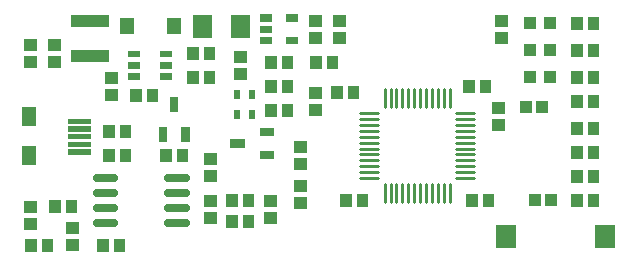
<source format=gtp>
G04 Layer: TopPasteMaskLayer*
G04 EasyEDA v6.2.38, 2019-08-31T09:11:45+02:00*
G04 e43a48f15e4b4d90815dc594cbdf787c,da1ed6c8b984424aa63d4157573fa6f0,10*
G04 Gerber Generator version 0.2*
G04 Scale: 100 percent, Rotated: No, Reflected: No *
G04 Dimensions in millimeters *
G04 leading zeros omitted , absolute positions ,3 integer and 3 decimal *
%FSLAX33Y33*%
%MOMM*%
G90*
G71D02*

%ADD12C,0.280010*%
%ADD13C,0.699999*%
%ADD18R,0.999998X1.099998*%
%ADD19R,3.199994X1.099998*%
%ADD20R,1.092200X0.990600*%
%ADD24R,1.270000X1.470660*%

%LPD*%
G54D12*
G01X37040Y14782D02*
G01X37040Y13262D01*
G01X36539Y14782D02*
G01X36539Y13262D01*
G01X36040Y14782D02*
G01X36040Y13262D01*
G01X35539Y14782D02*
G01X35539Y13262D01*
G01X35040Y14782D02*
G01X35040Y13262D01*
G01X34539Y14782D02*
G01X34539Y13262D01*
G01X34040Y14782D02*
G01X34040Y13262D01*
G01X33539Y14782D02*
G01X33539Y13262D01*
G01X33040Y14782D02*
G01X33040Y13262D01*
G01X32539Y14782D02*
G01X32539Y13262D01*
G01X32040Y14782D02*
G01X32040Y13262D01*
G01X31539Y14782D02*
G01X31539Y13262D01*
G01X30999Y12722D02*
G01X29479Y12722D01*
G01X30999Y12222D02*
G01X29479Y12222D01*
G01X30999Y11722D02*
G01X29479Y11722D01*
G01X30999Y11222D02*
G01X29479Y11222D01*
G01X30999Y10722D02*
G01X29479Y10722D01*
G01X30999Y10222D02*
G01X29479Y10222D01*
G01X30999Y9722D02*
G01X29479Y9722D01*
G01X30999Y9222D02*
G01X29479Y9222D01*
G01X30999Y8722D02*
G01X29479Y8722D01*
G01X30999Y8222D02*
G01X29479Y8222D01*
G01X30999Y7722D02*
G01X29479Y7722D01*
G01X30999Y7222D02*
G01X29479Y7222D01*
G01X31539Y6682D02*
G01X31539Y5162D01*
G01X32040Y6682D02*
G01X32040Y5162D01*
G01X32539Y6682D02*
G01X32539Y5162D01*
G01X33040Y6682D02*
G01X33040Y5162D01*
G01X33539Y6682D02*
G01X33539Y5162D01*
G01X34040Y6682D02*
G01X34040Y5162D01*
G01X34539Y6682D02*
G01X34539Y5162D01*
G01X35040Y6682D02*
G01X35040Y5162D01*
G01X35539Y6682D02*
G01X35539Y5162D01*
G01X36040Y6682D02*
G01X36040Y5162D01*
G01X36539Y6682D02*
G01X36539Y5162D01*
G01X37040Y6682D02*
G01X37040Y5162D01*
G01X39100Y7222D02*
G01X37580Y7222D01*
G01X39100Y7722D02*
G01X37580Y7722D01*
G01X39100Y8222D02*
G01X37580Y8222D01*
G01X39100Y8722D02*
G01X37580Y8722D01*
G01X39100Y9222D02*
G01X37580Y9222D01*
G01X39100Y9722D02*
G01X37580Y9722D01*
G01X39100Y10222D02*
G01X37580Y10222D01*
G01X39100Y10722D02*
G01X37580Y10722D01*
G01X39100Y11222D02*
G01X37580Y11222D01*
G01X39100Y11722D02*
G01X37580Y11722D01*
G01X39100Y12222D02*
G01X37580Y12222D01*
G01X39100Y12722D02*
G01X37580Y12722D01*
G54D13*
G01X14694Y3429D02*
G01X13194Y3429D01*
G01X14694Y4699D02*
G01X13194Y4699D01*
G01X14694Y5969D02*
G01X13194Y5969D01*
G01X14694Y7239D02*
G01X13194Y7239D01*
G01X8649Y3429D02*
G01X7149Y3429D01*
G01X8649Y4699D02*
G01X7149Y4699D01*
G01X8649Y5969D02*
G01X7149Y5969D01*
G01X8649Y7239D02*
G01X7149Y7239D01*
G36*
G01X20975Y21087D02*
G01X22037Y21087D01*
G01X22037Y20436D01*
G01X20975Y20436D01*
G01X20975Y21087D01*
G37*
G36*
G01X20975Y20137D02*
G01X22037Y20137D01*
G01X22037Y19486D01*
G01X20975Y19486D01*
G01X20975Y20137D01*
G37*
G36*
G01X20975Y19187D02*
G01X22037Y19187D01*
G01X22037Y18536D01*
G01X20975Y18536D01*
G01X20975Y19187D01*
G37*
G36*
G01X23174Y19187D02*
G01X24236Y19187D01*
G01X24236Y18536D01*
G01X23174Y18536D01*
G01X23174Y19187D01*
G37*
G36*
G01X23174Y21087D02*
G01X24236Y21087D01*
G01X24236Y20436D01*
G01X23174Y20436D01*
G01X23174Y21087D01*
G37*
G36*
G01X19855Y17962D02*
G01X19855Y16964D01*
G01X18752Y16964D01*
G01X18752Y17962D01*
G01X19855Y17962D01*
G37*
G36*
G01X19855Y16563D02*
G01X19855Y15565D01*
G01X18752Y15565D01*
G01X18752Y16563D01*
G01X19855Y16563D01*
G37*
G36*
G01X25102Y18613D02*
G01X25102Y19611D01*
G01X26205Y19611D01*
G01X26205Y18613D01*
G01X25102Y18613D01*
G37*
G36*
G01X25102Y20012D02*
G01X25102Y21010D01*
G01X26205Y21010D01*
G01X26205Y20012D01*
G01X25102Y20012D01*
G37*
G36*
G01X7691Y11727D02*
G01X8689Y11727D01*
G01X8689Y10624D01*
G01X7691Y10624D01*
G01X7691Y11727D01*
G37*
G36*
G01X9090Y11727D02*
G01X10088Y11727D01*
G01X10088Y10624D01*
G01X9090Y10624D01*
G01X9090Y11727D01*
G37*
G36*
G01X7691Y9695D02*
G01X8689Y9695D01*
G01X8689Y8592D01*
G01X7691Y8592D01*
G01X7691Y9695D01*
G37*
G36*
G01X9090Y9695D02*
G01X10088Y9695D01*
G01X10088Y8592D01*
G01X9090Y8592D01*
G01X9090Y9695D01*
G37*
G36*
G01X3007Y16578D02*
G01X3007Y17576D01*
G01X4109Y17576D01*
G01X4109Y16578D01*
G01X3007Y16578D01*
G37*
G36*
G01X3007Y17978D02*
G01X3007Y18976D01*
G01X4109Y18976D01*
G01X4109Y17978D01*
G01X3007Y17978D01*
G37*
G54D19*
G01X6604Y17550D03*
G01X6604Y20549D03*
G54D20*
G01X45554Y15748D03*
G01X43853Y15748D03*
G36*
G01X6713Y9220D02*
G01X4711Y9220D01*
G01X4711Y9669D01*
G01X6713Y9669D01*
G01X6713Y9220D01*
G37*
G36*
G01X6713Y9870D02*
G01X4711Y9870D01*
G01X4711Y10320D01*
G01X6713Y10320D01*
G01X6713Y9870D01*
G37*
G36*
G01X6713Y10518D02*
G01X4711Y10518D01*
G01X4711Y10970D01*
G01X6713Y10970D01*
G01X6713Y10518D01*
G37*
G36*
G01X6713Y11168D02*
G01X4711Y11168D01*
G01X4711Y11620D01*
G01X6713Y11620D01*
G01X6713Y11168D01*
G37*
G36*
G01X6713Y11818D02*
G01X4711Y11818D01*
G01X4711Y12268D01*
G01X6713Y12268D01*
G01X6713Y11818D01*
G37*
G36*
G01X1998Y9939D02*
G01X1998Y8338D01*
G01X800Y8338D01*
G01X800Y9939D01*
G01X1998Y9939D01*
G37*
G36*
G01X2016Y13218D02*
G01X2016Y11617D01*
G01X815Y11617D01*
G01X815Y13218D01*
G01X2016Y13218D01*
G37*
G36*
G01X17203Y17226D02*
G01X16205Y17226D01*
G01X16205Y18328D01*
G01X17203Y18328D01*
G01X17203Y17226D01*
G37*
G36*
G01X15803Y17226D02*
G01X14805Y17226D01*
G01X14805Y18328D01*
G01X15803Y18328D01*
G01X15803Y17226D01*
G37*
G36*
G01X2077Y18976D02*
G01X2077Y17978D01*
G01X975Y17978D01*
G01X975Y18976D01*
G01X2077Y18976D01*
G37*
G36*
G01X2077Y17576D02*
G01X2077Y16578D01*
G01X975Y16578D01*
G01X975Y17576D01*
G01X2077Y17576D01*
G37*
G36*
G01X21407Y17569D02*
G01X22405Y17569D01*
G01X22405Y16466D01*
G01X21407Y16466D01*
G01X21407Y17569D01*
G37*
G36*
G01X22806Y17569D02*
G01X23804Y17569D01*
G01X23804Y16466D01*
G01X22806Y16466D01*
G01X22806Y17569D01*
G37*
G36*
G01X27757Y5885D02*
G01X28755Y5885D01*
G01X28755Y4782D01*
G01X27757Y4782D01*
G01X27757Y5885D01*
G37*
G36*
G01X29156Y5885D02*
G01X30154Y5885D01*
G01X30154Y4782D01*
G01X29156Y4782D01*
G01X29156Y5885D01*
G37*
G36*
G01X26995Y15029D02*
G01X27993Y15029D01*
G01X27993Y13926D01*
G01X26995Y13926D01*
G01X26995Y15029D01*
G37*
G36*
G01X28394Y15029D02*
G01X29392Y15029D01*
G01X29392Y13926D01*
G01X28394Y13926D01*
G01X28394Y15029D01*
G37*
G36*
G01X38171Y15537D02*
G01X39169Y15537D01*
G01X39169Y14434D01*
G01X38171Y14434D01*
G01X38171Y15537D01*
G37*
G36*
G01X39570Y15537D02*
G01X40568Y15537D01*
G01X40568Y14434D01*
G01X39570Y14434D01*
G01X39570Y15537D01*
G37*
G36*
G01X40822Y4782D02*
G01X39824Y4782D01*
G01X39824Y5885D01*
G01X40822Y5885D01*
G01X40822Y4782D01*
G37*
G36*
G01X39423Y4782D02*
G01X38425Y4782D01*
G01X38425Y5885D01*
G01X39423Y5885D01*
G01X39423Y4782D01*
G37*
G36*
G01X23804Y12402D02*
G01X22806Y12402D01*
G01X22806Y13505D01*
G01X23804Y13505D01*
G01X23804Y12402D01*
G37*
G36*
G01X22405Y12402D02*
G01X21407Y12402D01*
G01X21407Y13505D01*
G01X22405Y13505D01*
G01X22405Y12402D01*
G37*
G36*
G01X23804Y14434D02*
G01X22806Y14434D01*
G01X22806Y15537D01*
G01X23804Y15537D01*
G01X23804Y14434D01*
G37*
G36*
G01X22405Y14434D02*
G01X21407Y14434D01*
G01X21407Y15537D01*
G01X22405Y15537D01*
G01X22405Y14434D01*
G37*
G01X45554Y18034D03*
G01X43853Y18034D03*
G01X45554Y20320D03*
G01X43853Y20320D03*
G36*
G01X47315Y16299D02*
G01X48313Y16299D01*
G01X48313Y15196D01*
G01X47315Y15196D01*
G01X47315Y16299D01*
G37*
G36*
G01X48714Y16299D02*
G01X49712Y16299D01*
G01X49712Y15196D01*
G01X48714Y15196D01*
G01X48714Y16299D01*
G37*
G36*
G01X47315Y18585D02*
G01X48313Y18585D01*
G01X48313Y17482D01*
G01X47315Y17482D01*
G01X47315Y18585D01*
G37*
G36*
G01X48714Y18585D02*
G01X49712Y18585D01*
G01X49712Y17482D01*
G01X48714Y17482D01*
G01X48714Y18585D01*
G37*
G36*
G01X47315Y20871D02*
G01X48313Y20871D01*
G01X48313Y19768D01*
G01X47315Y19768D01*
G01X47315Y20871D01*
G37*
G36*
G01X48714Y20871D02*
G01X49712Y20871D01*
G01X49712Y19768D01*
G01X48714Y19768D01*
G01X48714Y20871D01*
G37*
G36*
G01X7830Y13787D02*
G01X7830Y14785D01*
G01X8933Y14785D01*
G01X8933Y13787D01*
G01X7830Y13787D01*
G37*
G36*
G01X7830Y15186D02*
G01X7830Y16184D01*
G01X8933Y16184D01*
G01X8933Y15186D01*
G01X7830Y15186D01*
G37*
G36*
G01X20502Y4782D02*
G01X19504Y4782D01*
G01X19504Y5885D01*
G01X20502Y5885D01*
G01X20502Y4782D01*
G37*
G36*
G01X19103Y4782D02*
G01X18105Y4782D01*
G01X18105Y5885D01*
G01X19103Y5885D01*
G01X19103Y4782D01*
G37*
G36*
G01X22395Y5770D02*
G01X22395Y4772D01*
G01X21292Y4772D01*
G01X21292Y5770D01*
G01X22395Y5770D01*
G37*
G36*
G01X22395Y4371D02*
G01X22395Y3373D01*
G01X21292Y3373D01*
G01X21292Y4371D01*
G01X22395Y4371D01*
G37*
G36*
G01X1087Y2075D02*
G01X2085Y2075D01*
G01X2085Y972D01*
G01X1087Y972D01*
G01X1087Y2075D01*
G37*
G36*
G01X2486Y2075D02*
G01X3484Y2075D01*
G01X3484Y972D01*
G01X2486Y972D01*
G01X2486Y2075D01*
G37*
G36*
G01X40596Y11247D02*
G01X40596Y12245D01*
G01X41699Y12245D01*
G01X41699Y11247D01*
G01X40596Y11247D01*
G37*
G36*
G01X40596Y12646D02*
G01X40596Y13644D01*
G01X41699Y13644D01*
G01X41699Y12646D01*
G01X40596Y12646D01*
G37*
G36*
G01X3119Y5377D02*
G01X4117Y5377D01*
G01X4117Y4274D01*
G01X3119Y4274D01*
G01X3119Y5377D01*
G37*
G36*
G01X4518Y5377D02*
G01X5516Y5377D01*
G01X5516Y4274D01*
G01X4518Y4274D01*
G01X4518Y5377D01*
G37*
G36*
G01X17315Y5770D02*
G01X17315Y4772D01*
G01X16212Y4772D01*
G01X16212Y5770D01*
G01X17315Y5770D01*
G37*
G36*
G01X17315Y4371D02*
G01X17315Y3373D01*
G01X16212Y3373D01*
G01X16212Y4371D01*
G01X17315Y4371D01*
G37*
G36*
G01X9977Y14775D02*
G01X10975Y14775D01*
G01X10975Y13672D01*
G01X9977Y13672D01*
G01X9977Y14775D01*
G37*
G36*
G01X11376Y14775D02*
G01X12374Y14775D01*
G01X12374Y13672D01*
G01X11376Y13672D01*
G01X11376Y14775D01*
G37*
G36*
G01X5631Y3484D02*
G01X5631Y2486D01*
G01X4528Y2486D01*
G01X4528Y3484D01*
G01X5631Y3484D01*
G37*
G36*
G01X5631Y2085D02*
G01X5631Y1087D01*
G01X4528Y1087D01*
G01X4528Y2085D01*
G01X5631Y2085D01*
G37*
G36*
G01X47315Y14267D02*
G01X48313Y14267D01*
G01X48313Y13164D01*
G01X47315Y13164D01*
G01X47315Y14267D01*
G37*
G36*
G01X48714Y14267D02*
G01X49712Y14267D01*
G01X49712Y13164D01*
G01X48714Y13164D01*
G01X48714Y14267D01*
G37*
G36*
G01X47315Y5885D02*
G01X48313Y5885D01*
G01X48313Y4782D01*
G01X47315Y4782D01*
G01X47315Y5885D01*
G37*
G36*
G01X48714Y5885D02*
G01X49712Y5885D01*
G01X49712Y4782D01*
G01X48714Y4782D01*
G01X48714Y5885D01*
G37*
G36*
G01X47315Y9949D02*
G01X48313Y9949D01*
G01X48313Y8846D01*
G01X47315Y8846D01*
G01X47315Y9949D01*
G37*
G36*
G01X48714Y9949D02*
G01X49712Y9949D01*
G01X49712Y8846D01*
G01X48714Y8846D01*
G01X48714Y9949D01*
G37*
G36*
G01X47315Y7917D02*
G01X48313Y7917D01*
G01X48313Y6814D01*
G01X47315Y6814D01*
G01X47315Y7917D01*
G37*
G36*
G01X48714Y7917D02*
G01X49712Y7917D01*
G01X49712Y6814D01*
G01X48714Y6814D01*
G01X48714Y7917D01*
G37*
G36*
G01X47315Y11980D02*
G01X48313Y11980D01*
G01X48313Y10877D01*
G01X47315Y10877D01*
G01X47315Y11980D01*
G37*
G36*
G01X48715Y11980D02*
G01X49713Y11980D01*
G01X49713Y10877D01*
G01X48715Y10877D01*
G01X48715Y11980D01*
G37*
G36*
G01X972Y2865D02*
G01X972Y3863D01*
G01X2075Y3863D01*
G01X2075Y2865D01*
G01X972Y2865D01*
G37*
G36*
G01X972Y4264D02*
G01X972Y5262D01*
G01X2075Y5262D01*
G01X2075Y4264D01*
G01X972Y4264D01*
G37*
G36*
G01X40850Y18613D02*
G01X40850Y19611D01*
G01X41953Y19611D01*
G01X41953Y18613D01*
G01X40850Y18613D01*
G37*
G36*
G01X40850Y20012D02*
G01X40850Y21010D01*
G01X41953Y21010D01*
G01X41953Y20012D01*
G01X40850Y20012D01*
G37*
G36*
G01X28237Y21010D02*
G01X28237Y20012D01*
G01X27134Y20012D01*
G01X27134Y21010D01*
G01X28237Y21010D01*
G37*
G36*
G01X28237Y19611D02*
G01X28237Y18613D01*
G01X27134Y18613D01*
G01X27134Y19611D01*
G01X28237Y19611D01*
G37*
G36*
G01X51023Y3286D02*
G01X51023Y1285D01*
G01X49324Y1285D01*
G01X49324Y3286D01*
G01X51023Y3286D01*
G37*
G36*
G01X42623Y3286D02*
G01X42623Y1285D01*
G01X40924Y1285D01*
G01X40924Y3286D01*
G01X42623Y3286D01*
G37*
G54D24*
G01X9687Y20064D03*
G01X13682Y20064D03*
G36*
G01X9832Y17988D02*
G01X10833Y17988D01*
G01X10833Y17439D01*
G01X9832Y17439D01*
G01X9832Y17988D01*
G37*
G36*
G01X9832Y17038D02*
G01X10833Y17038D01*
G01X10833Y16489D01*
G01X9832Y16489D01*
G01X9832Y17038D01*
G37*
G36*
G01X9832Y16088D02*
G01X10833Y16088D01*
G01X10833Y15539D01*
G01X9832Y15539D01*
G01X9832Y16088D01*
G37*
G36*
G01X12532Y16088D02*
G01X13533Y16088D01*
G01X13533Y15539D01*
G01X12532Y15539D01*
G01X12532Y16088D01*
G37*
G36*
G01X12532Y17988D02*
G01X13533Y17988D01*
G01X13533Y17439D01*
G01X12532Y17439D01*
G01X12532Y17988D01*
G37*
G36*
G01X12532Y17038D02*
G01X13533Y17038D01*
G01X13533Y16489D01*
G01X12532Y16489D01*
G01X12532Y17038D01*
G37*
G36*
G01X15328Y21066D02*
G01X16929Y21066D01*
G01X16929Y19065D01*
G01X15328Y19065D01*
G01X15328Y21066D01*
G37*
G36*
G01X18529Y21066D02*
G01X20129Y21066D01*
G01X20129Y19065D01*
G01X18529Y19065D01*
G01X18529Y21066D01*
G37*
G36*
G01X23835Y4643D02*
G01X23835Y5641D01*
G01X24935Y5641D01*
G01X24935Y4643D01*
G01X23835Y4643D01*
G37*
G36*
G01X23835Y6042D02*
G01X23835Y7043D01*
G01X24935Y7043D01*
G01X24935Y6042D01*
G01X23835Y6042D01*
G37*
G36*
G01X26205Y14914D02*
G01X26205Y13916D01*
G01X25102Y13916D01*
G01X25102Y14914D01*
G01X26205Y14914D01*
G37*
G36*
G01X26205Y13515D02*
G01X26205Y12517D01*
G01X25102Y12517D01*
G01X25102Y13515D01*
G01X26205Y13515D01*
G37*
G36*
G01X25217Y17566D02*
G01X26217Y17566D01*
G01X26217Y16466D01*
G01X25217Y16466D01*
G01X25217Y17566D01*
G37*
G36*
G01X26616Y17566D02*
G01X27617Y17566D01*
G01X27617Y16466D01*
G01X26616Y16466D01*
G01X26616Y17566D01*
G37*
G36*
G01X18105Y4107D02*
G01X19103Y4107D01*
G01X19103Y3004D01*
G01X18105Y3004D01*
G01X18105Y4107D01*
G37*
G36*
G01X19504Y4107D02*
G01X20502Y4107D01*
G01X20502Y3004D01*
G01X19504Y3004D01*
G01X19504Y4107D01*
G37*
G36*
G01X7183Y2075D02*
G01X8181Y2075D01*
G01X8181Y972D01*
G01X7183Y972D01*
G01X7183Y2075D01*
G37*
G36*
G01X8582Y2075D02*
G01X9580Y2075D01*
G01X9580Y972D01*
G01X8582Y972D01*
G01X8582Y2075D01*
G37*
G36*
G01X17315Y9326D02*
G01X17315Y8328D01*
G01X16212Y8328D01*
G01X16212Y9326D01*
G01X17315Y9326D01*
G37*
G36*
G01X17315Y7927D02*
G01X17315Y6929D01*
G01X16212Y6929D01*
G01X16212Y7927D01*
G01X17315Y7927D01*
G37*
G36*
G01X17201Y15198D02*
G01X16203Y15198D01*
G01X16203Y16298D01*
G01X17201Y16298D01*
G01X17201Y15198D01*
G37*
G36*
G01X15801Y15198D02*
G01X14801Y15198D01*
G01X14801Y16298D01*
G01X15801Y16298D01*
G01X15801Y15198D01*
G37*
G36*
G01X20071Y12212D02*
G01X20071Y13012D01*
G01X20568Y13012D01*
G01X20568Y12212D01*
G01X20071Y12212D01*
G37*
G36*
G01X20568Y14711D02*
G01X20568Y13911D01*
G01X20071Y13911D01*
G01X20071Y14711D01*
G01X20568Y14711D01*
G37*
G36*
G01X19298Y14711D02*
G01X19298Y13911D01*
G01X18801Y13911D01*
G01X18801Y14711D01*
G01X19298Y14711D01*
G37*
G36*
G01X18801Y12212D02*
G01X18801Y13012D01*
G01X19298Y13012D01*
G01X19298Y12212D01*
G01X18801Y12212D01*
G37*
G36*
G01X14066Y12816D02*
G01X13365Y12816D01*
G01X13365Y14066D01*
G01X14066Y14066D01*
G01X14066Y12816D01*
G37*
G36*
G01X15016Y10317D02*
G01X14315Y10317D01*
G01X14315Y11567D01*
G01X15016Y11567D01*
G01X15016Y10317D01*
G37*
G36*
G01X13116Y10317D02*
G01X12415Y10317D01*
G01X12415Y11567D01*
G01X13116Y11567D01*
G01X13116Y10317D01*
G37*
G36*
G01X19695Y10510D02*
G01X19695Y9809D01*
G01X18445Y9809D01*
G01X18445Y10510D01*
G01X19695Y10510D01*
G37*
G36*
G01X22194Y11460D02*
G01X22194Y10759D01*
G01X20944Y10759D01*
G01X20944Y11460D01*
G01X22194Y11460D01*
G37*
G36*
G01X22194Y9560D02*
G01X22194Y8859D01*
G01X20944Y8859D01*
G01X20944Y9560D01*
G01X22194Y9560D01*
G37*
G36*
G01X12517Y9695D02*
G01X13515Y9695D01*
G01X13515Y8592D01*
G01X12517Y8592D01*
G01X12517Y9695D01*
G37*
G36*
G01X13916Y9695D02*
G01X14914Y9695D01*
G01X14914Y8592D01*
G01X13916Y8592D01*
G01X13916Y9695D01*
G37*
G36*
G01X23832Y7945D02*
G01X23832Y8943D01*
G01X24935Y8943D01*
G01X24935Y7945D01*
G01X23832Y7945D01*
G37*
G36*
G01X23832Y9344D02*
G01X23832Y10342D01*
G01X24935Y10342D01*
G01X24935Y9344D01*
G01X23832Y9344D01*
G37*
G54D18*
G01X45658Y5334D03*
G01X44258Y5334D03*
G01X43495Y13208D03*
G01X44896Y13208D03*
M00*
M02*

</source>
